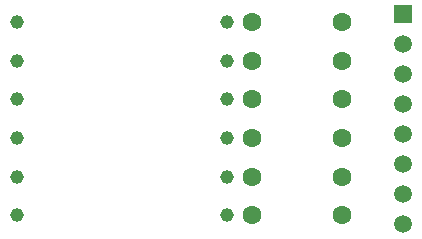
<source format=gts>
%FSLAX33Y33*%
%MOMM*%
%ADD10C,1.15*%
%ADD11C,1.6*%
%ADD12R,1.5X1.5*%
%ADD13C,1.5*%
D10*
%LNtop solder mask_traces*%
%LNtop solder mask component aa053b2b8b44c2a7*%
G01*
X3235Y2920D03*
X21015Y2920D03*
%LNtop solder mask component 36decfb3b589174a*%
X3235Y19295D03*
X21015Y19295D03*
%LNtop solder mask component 986be4f80f1d9bf1*%
D11*
X30785Y6195D03*
X23165Y6195D03*
%LNtop solder mask component 0bb50c3a370a5149*%
D10*
X3235Y6195D03*
X21015Y6195D03*
%LNtop solder mask component 80dffd5b6eb86aff*%
D12*
X35950Y19940D03*
D13*
X35950Y17400D03*
X35950Y14860D03*
X35950Y12320D03*
X35950Y9780D03*
X35950Y7240D03*
X35950Y4700D03*
X35950Y2160D03*
%LNtop solder mask component 4f20bd0a8d4d9c9b*%
D11*
X30785Y12745D03*
X23165Y12745D03*
%LNtop solder mask component c320a72a683a2ea0*%
D10*
X3235Y12745D03*
X21015Y12745D03*
%LNtop solder mask component 15e11586f61a9aeb*%
X3235Y16020D03*
X21015Y16020D03*
%LNtop solder mask component 8a836d5557ec19b0*%
D11*
X30785Y2920D03*
X23165Y2920D03*
%LNtop solder mask component 865dd7107b8a0880*%
D10*
X3235Y9450D03*
X21015Y9450D03*
%LNtop solder mask component fb8cf3b87e344d74*%
D11*
X30785Y19295D03*
X23165Y19295D03*
%LNtop solder mask component 0cc1bf44659db686*%
X30785Y9450D03*
X23165Y9450D03*
%LNtop solder mask component 7225d21d50f4679b*%
X30785Y16020D03*
X23165Y16020D03*
M02*
</source>
